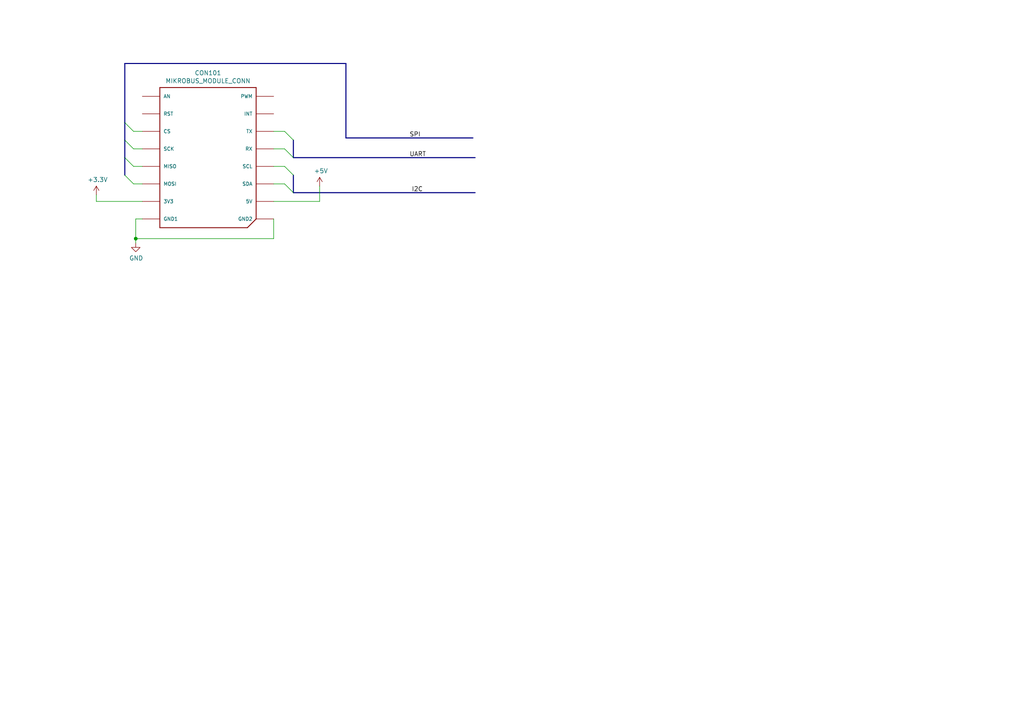
<source format=kicad_sch>
(kicad_sch (version 20231120) (generator "eeschema") (generator_version "8.0")
  (paper "A4")
  (lib_symbols
    (symbol "mikroBUS:MIKROBUS_MODULE_CONN" (pin_numbers hide) (pin_names (offset 1.016))
      (property "Reference" "CON" (at 10.16 38.1 0))
      (property "Value" "MIKROBUS_MODULE_CONN" (at 2.54 3.81 0))
      (symbol "MIKROBUS_MODULE_CONN_0_0"
        (polyline (pts (xy 0 0) (xy 0 40.64)) (stroke (width 0.254)))
        (polyline (pts (xy 0 40.64) (xy 27.94 40.64)) (stroke (width 0.254)))
        (polyline (pts (xy 25.4 0) (xy 0 0)) (stroke (width 0.254)))
        (polyline (pts (xy 27.94 2.54) (xy 25.4 0)) (stroke (width 0.254)))
        (polyline (pts (xy 27.94 40.64) (xy 27.94 2.54)) (stroke (width 0.254)))
        (pin bidirectional line (at -5.08 38.1 0) (length 5.08) (name "AN") (number "P1"))
        (pin power_in line (at 33.02 7.62 180) (length 5.08) (name "5V") (number "P10"))
        (pin bidirectional line (at 33.02 12.7 180) (length 5.08) (name "SDA") (number "P11"))
        (pin bidirectional line (at 33.02 17.78 180) (length 5.08) (name "SCL") (number "P12"))
        (pin bidirectional line (at 33.02 22.86 180) (length 5.08) (name "RX") (number "P13"))
        (pin bidirectional line (at 33.02 27.94 180) (length 5.08) (name "TX") (number "P14"))
        (pin bidirectional line (at 33.02 33.02 180) (length 5.08) (name "INT") (number "P15"))
        (pin bidirectional line (at 33.02 38.1 180) (length 5.08) (name "PWM") (number "P16"))
        (pin bidirectional line (at -5.08 33.02 0) (length 5.08) (name "RST") (number "P2"))
        (pin bidirectional line (at -5.08 27.94 0) (length 5.08) (name "CS") (number "P3"))
        (pin bidirectional line (at -5.08 22.86 0) (length 5.08) (name "SCK") (number "P4"))
        (pin bidirectional line (at -5.08 17.78 0) (length 5.08) (name "MISO") (number "P5"))
        (pin bidirectional line (at -5.08 12.7 0) (length 5.08) (name "MOSI") (number "P6"))
        (pin power_in line (at -5.08 7.62 0) (length 5.08) (name "3V3") (number "P7"))
        (pin bidirectional line (at -5.08 2.54 0) (length 5.08) (name "GND1") (number "P8"))
        (pin bidirectional line (at 33.02 2.54 180) (length 5.08) (name "GND2") (number "P9"))
      )
    )
    (symbol "power:+3.3V" (power) (pin_numbers hide) (pin_names (offset 0) hide)
      (property "Value" "+3.3V" (at 0 3.556 0))
      (symbol "+3.3V_0_1"
        (polyline (pts (xy -0.762 1.27) (xy 0 2.54)))
        (polyline (pts (xy 0 0) (xy 0 2.54)))
        (polyline (pts (xy 0 2.54) (xy 0.762 1.27)))
      )
      (symbol "+3.3V_1_1"
        (pin power_in line (at 0 0 90) (length 0) (name "~") (number "1"))
      )
    )
    (symbol "power:+5V" (power) (pin_numbers hide) (pin_names (offset 0) hide)
      (property "Value" "+5V" (at 0 3.556 0))
      (symbol "+5V_0_1"
        (polyline (pts (xy -0.762 1.27) (xy 0 2.54)))
        (polyline (pts (xy 0 0) (xy 0 2.54)))
        (polyline (pts (xy 0 2.54) (xy 0.762 1.27)))
      )
      (symbol "+5V_1_1"
        (pin power_in line (at 0 0 90) (length 0) (name "~") (number "1"))
      )
    )
    (symbol "power:GND" (power) (pin_numbers hide) (pin_names (offset 0) hide)
      (property "Value" "GND" (at 0 -3.81 0))
      (symbol "GND_0_1"
        (polyline (pts (xy 0 0) (xy 0 -1.27) (xy 1.27 -1.27) (xy 0 -2.54) (xy -1.27 -1.27) (xy 0 -1.27)))
      )
      (symbol "GND_1_1"
        (pin power_in line (at 0 0 270) (length 0) (name "~") (number "1"))
      )
    )
  )
  (junction (at 39.37 69.215))
  (bus_entry (at 82.55 38.1) (size 2.54 2.54))
  (bus_entry (at 36.195 50.8) (size 2.54 2.54))
  (bus_entry (at 36.195 40.64) (size 2.54 2.54))
  (bus_entry (at 36.195 35.56) (size 2.54 2.54))
  (bus_entry (at 82.55 48.26) (size 2.54 2.54))
  (bus_entry (at 36.195 45.72) (size 2.54 2.54))
  (bus_entry (at 82.55 53.34) (size 2.54 2.54))
  (bus_entry (at 82.55 43.18) (size 2.54 2.54))
  (wire (pts (xy 79.375 53.34) (xy 82.55 53.34)))
  (bus (pts (xy 36.195 18.415) (xy 100.33 18.415)))
  (wire (pts (xy 38.735 43.18) (xy 41.275 43.18)))
  (wire (pts (xy 79.375 43.18) (xy 82.55 43.18)))
  (bus (pts (xy 100.33 40.005) (xy 137.16 40.005)))
  (wire (pts (xy 39.37 70.485) (xy 39.37 69.215)))
  (bus (pts (xy 85.09 40.64) (xy 85.09 45.72)))
  (bus (pts (xy 36.195 35.56) (xy 36.195 40.64)))
  (wire (pts (xy 39.37 63.5) (xy 41.275 63.5)))
  (wire (pts (xy 92.71 58.42) (xy 79.375 58.42)))
  (wire (pts (xy 79.375 38.1) (xy 82.55 38.1)))
  (wire (pts (xy 38.735 38.1) (xy 41.275 38.1)))
  (wire (pts (xy 38.735 53.34) (xy 41.275 53.34)))
  (wire (pts (xy 79.375 69.215) (xy 79.375 63.5)))
  (bus (pts (xy 85.09 55.88) (xy 137.795 55.88)))
  (bus (pts (xy 36.195 18.415) (xy 36.195 35.56)))
  (bus (pts (xy 36.195 40.64) (xy 36.195 45.72)))
  (wire (pts (xy 92.71 53.975) (xy 92.71 58.42)))
  (wire (pts (xy 79.375 48.26) (xy 82.55 48.26)))
  (wire (pts (xy 27.94 56.515) (xy 27.94 58.42)))
  (bus (pts (xy 85.09 45.72) (xy 137.795 45.72)))
  (bus (pts (xy 100.33 18.415) (xy 100.33 40.005)))
  (wire (pts (xy 39.37 69.215) (xy 39.37 63.5)))
  (wire (pts (xy 27.94 58.42) (xy 41.275 58.42)))
  (bus (pts (xy 36.195 45.72) (xy 36.195 50.8)))
  (bus (pts (xy 85.09 50.8) (xy 85.09 55.88)))
  (wire (pts (xy 39.37 69.215) (xy 79.375 69.215)))
  (wire (pts (xy 38.735 48.26) (xy 41.275 48.26)))
  (label "I2C" (at 119.38 55.88 0))
  (label "UART" (at 118.745 45.72 0))
  (label "SPI" (at 118.745 40.005 0))
  (symbol (lib_id "mikroBUS:MIKROBUS_MODULE_CONN") (at 46.355 66.04 0) (unit 1)
    (property "Reference" "CON101" (at 60.325 21.1582 0))
    (property "Value" "MIKROBUS_MODULE_CONN" (at 60.325 23.4696 0))
    (property "Footprint" "mikroBUS:MIKROBUS_MODULE_CONN" (effects (hide yes)))
  )
  (symbol (lib_id "power:GND") (at 39.37 70.485 0) (unit 1)
    (property "Reference" "#PWR0101" (effects (hide yes)))
    (property "Value" "GND" (at 39.497 74.8792 0))
  )
  (symbol (lib_id "power:+5V") (at 92.71 53.975 0) (unit 1)
    (property "Reference" "#PWR0102" (effects (hide yes)))
    (property "Value" "+5V" (at 93.091 49.5808 0))
  )
  (symbol (lib_id "power:+3.3V") (at 27.94 56.515 0) (unit 1)
    (property "Reference" "#PWR0103" (effects (hide yes)))
    (property "Value" "+3.3V" (at 28.321 52.1208 0))
  )
)
</source>
